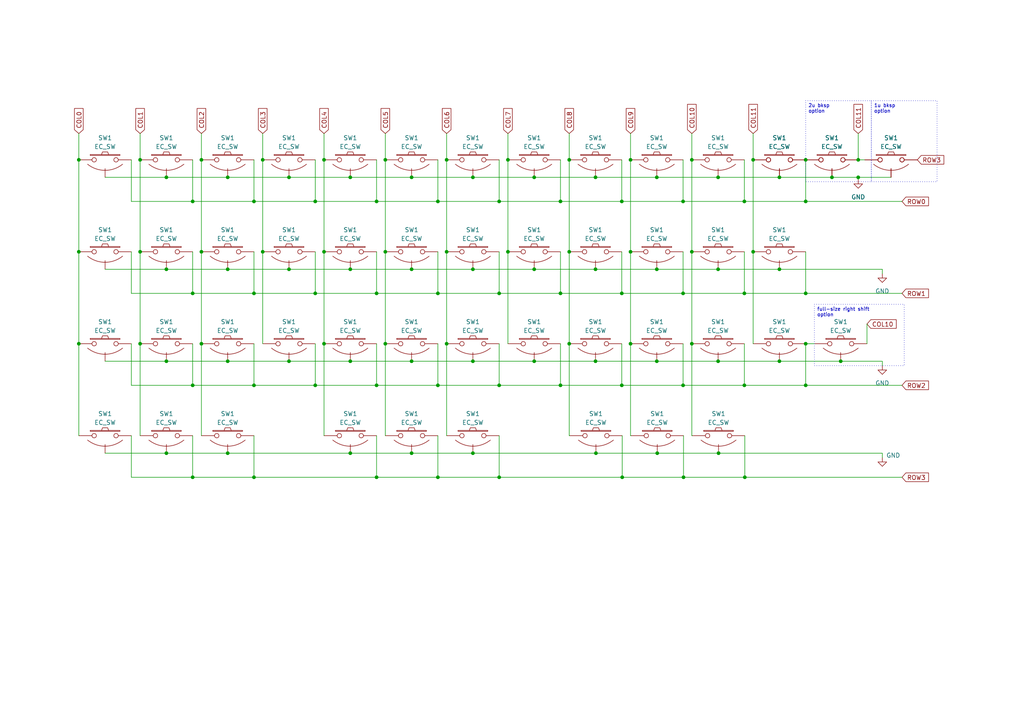
<source format=kicad_sch>
(kicad_sch (version 20230121) (generator eeschema)
  (paper "A4")
  (title_block (title "capybully") (date "2023-07-18") (rev "0.1") (company "sporkus"))
  (lib_symbols
    (symbol "cipulot_parts:EC_SW" (pin_numbers hide) (pin_names (offset 1.016) hide)
      (property "Reference" "SW" (at 3.81 2.794 0))
      (property "Value" "EC_SW" (at -3.81 3.81 0))
      (symbol "EC_SW_0_1"
        (arc (start -5.08 -1.27) (mid 0 -3.052) (end 5.08 -1.27))
        (rectangle (start -4.318 1.27) (end 4.318 1.524))
        (polyline (pts (xy -1.016 1.524) (xy -0.762 2.286) (xy 0.762 2.286) (xy 1.016 1.524)))
        (pin passive inverted (at -7.62 0 0) (length 5.08) (name "1") (number "1"))
        (pin passive inverted (at 7.62 0 180) (length 5.08) (name "2") (number "2"))
      )
      (symbol "EC_SW_1_1"
        (pin input line (at 0 -5.08 90) (length 2.54) (name "SG") (number "3"))
      )
    )
    (symbol "power:GND" (power) (pin_names (offset 0))
      (property "Value" "GND" (at 0 -3.81 0))
      (symbol "GND_0_1"
        (polyline (pts (xy 0 0) (xy 0 -1.27) (xy 1.27 -1.27) (xy 0 -2.54) (xy -1.27 -1.27) (xy 0 -1.27)))
      )
      (symbol "GND_1_1"
        (pin power_in line (at 0 0 270) (length 0) hide (name "GND") (number "1"))
      )
    )
  )
  (junction (at 172.72 104.775))
  (junction (at 40.64 46.355))
  (junction (at 22.86 46.355))
  (junction (at 215.9 111.76))
  (junction (at 137.16 51.435))
  (junction (at 147.32 73.025))
  (junction (at 101.6 51.435))
  (junction (at 198.12 111.76))
  (junction (at 243.84 104.775))
  (junction (at 226.06 51.435))
  (junction (at 248.92 51.435))
  (junction (at 208.28 51.435))
  (junction (at 162.56 58.42))
  (junction (at 22.86 99.695))
  (junction (at 119.38 104.775))
  (junction (at 93.98 73.025))
  (junction (at 226.06 104.775))
  (junction (at 66.04 51.435))
  (junction (at 182.88 99.695))
  (junction (at 58.42 73.025))
  (junction (at 76.2 73.025))
  (junction (at 154.94 51.435))
  (junction (at 66.04 78.105))
  (junction (at 190.5 78.105))
  (junction (at 165.1 99.695))
  (junction (at 58.42 99.695))
  (junction (at 226.06 78.105))
  (junction (at 162.56 111.76))
  (junction (at 48.26 78.105))
  (junction (at 93.98 46.355))
  (junction (at 40.64 99.695))
  (junction (at 127 85.09))
  (junction (at 55.88 85.09))
  (junction (at 208.28 104.775))
  (junction (at 58.42 46.355))
  (junction (at 55.88 58.42))
  (junction (at 215.9 85.09))
  (junction (at 144.78 111.76))
  (junction (at 200.66 46.355))
  (junction (at 144.78 138.43))
  (junction (at 83.82 104.775))
  (junction (at 76.2 46.355))
  (junction (at 55.88 111.76))
  (junction (at 172.72 51.435))
  (junction (at 111.76 46.355))
  (junction (at 233.68 99.695))
  (junction (at 144.78 58.42))
  (junction (at 208.407 131.445))
  (junction (at 180.34 85.09))
  (junction (at 233.68 111.76))
  (junction (at 180.467 138.43))
  (junction (at 200.66 73.025))
  (junction (at 144.78 85.09))
  (junction (at 91.44 58.42))
  (junction (at 93.98 99.695))
  (junction (at 215.9 58.42))
  (junction (at 22.86 73.025))
  (junction (at 109.22 138.43))
  (junction (at 66.04 104.775))
  (junction (at 73.66 58.42))
  (junction (at 66.04 131.445))
  (junction (at 233.68 58.42))
  (junction (at 111.76 99.695))
  (junction (at 48.26 104.775))
  (junction (at 154.94 104.775))
  (junction (at 165.1 73.025))
  (junction (at 101.6 78.105))
  (junction (at 218.44 46.355))
  (junction (at 127 111.76))
  (junction (at 91.44 111.76))
  (junction (at 233.68 85.09))
  (junction (at 180.34 58.42))
  (junction (at 165.1 46.355))
  (junction (at 162.56 85.09))
  (junction (at 180.34 111.76))
  (junction (at 109.22 58.42))
  (junction (at 48.26 131.445))
  (junction (at 248.92 46.355))
  (junction (at 129.54 46.355))
  (junction (at 127 138.43))
  (junction (at 147.32 46.355))
  (junction (at 208.28 78.105))
  (junction (at 190.5 104.775))
  (junction (at 216.027 138.43))
  (junction (at 48.26 51.435))
  (junction (at 198.12 58.42))
  (junction (at 101.6 131.445))
  (junction (at 137.16 104.775))
  (junction (at 129.54 99.695))
  (junction (at 182.88 46.355))
  (junction (at 129.54 73.025))
  (junction (at 101.6 104.775))
  (junction (at 190.627 131.445))
  (junction (at 109.22 85.09))
  (junction (at 182.88 73.025))
  (junction (at 111.76 73.025))
  (junction (at 73.66 138.43))
  (junction (at 198.247 138.43))
  (junction (at 137.16 131.445))
  (junction (at 233.68 46.355))
  (junction (at 55.88 138.43))
  (junction (at 109.22 111.76))
  (junction (at 198.12 85.09))
  (junction (at 119.38 51.435))
  (junction (at 83.82 51.435))
  (junction (at 154.94 78.105))
  (junction (at 172.72 78.105))
  (junction (at 83.82 78.105))
  (junction (at 172.847 131.445))
  (junction (at 40.64 73.025))
  (junction (at 127 58.42))
  (junction (at 200.66 99.695))
  (junction (at 73.66 111.76))
  (junction (at 190.5 51.435))
  (junction (at 119.38 131.445))
  (junction (at 119.38 78.105))
  (junction (at 91.44 85.09))
  (junction (at 241.3 51.435))
  (junction (at 73.66 85.09))
  (junction (at 137.16 78.105))
  (junction (at 218.44 73.025))
  (wire (pts (xy 233.68 85.09) (xy 261.62 85.09)))
  (wire (pts (xy 73.66 46.355) (xy 73.66 58.42)))
  (wire (pts (xy 127 73.025) (xy 127 85.09)))
  (wire (pts (xy 165.1 73.025) (xy 165.1 99.695)))
  (wire (pts (xy 216.027 138.43) (xy 261.62 138.43)))
  (wire (pts (xy 241.3 51.435) (xy 248.92 51.435)))
  (wire (pts (xy 182.88 126.365) (xy 183.007 126.365)))
  (wire (pts (xy 144.78 126.365) (xy 144.78 138.43)))
  (wire (pts (xy 48.26 78.105) (xy 66.04 78.105)))
  (wire (pts (xy 182.88 38.735) (xy 182.88 46.355)))
  (wire (pts (xy 198.247 138.43) (xy 216.027 138.43)))
  (wire (pts (xy 55.88 99.695) (xy 55.88 111.76)))
  (wire (pts (xy 127 58.42) (xy 144.78 58.42)))
  (wire (pts (xy 215.9 73.025) (xy 215.9 85.09)))
  (wire (pts (xy 248.92 46.355) (xy 250.825 46.355)))
  (wire (pts (xy 248.92 51.435) (xy 248.92 52.07)))
  (wire (pts (xy 83.82 104.775) (xy 101.6 104.775)))
  (wire (pts (xy 172.72 104.775) (xy 190.5 104.775)))
  (wire (pts (xy 127 111.76) (xy 144.78 111.76)))
  (wire (pts (xy 165.1 38.735) (xy 165.1 46.355)))
  (wire (pts (xy 91.44 58.42) (xy 109.22 58.42)))
  (wire (pts (xy 233.68 111.76) (xy 261.62 111.76)))
  (wire (pts (xy 73.66 58.42) (xy 91.44 58.42)))
  (wire (pts (xy 215.9 111.76) (xy 233.68 111.76)))
  (wire (pts (xy 22.86 38.735) (xy 22.86 46.355)))
  (wire (pts (xy 73.66 138.43) (xy 109.22 138.43)))
  (wire (pts (xy 172.72 51.435) (xy 190.5 51.435)))
  (wire (pts (xy 73.66 99.695) (xy 73.66 111.76)))
  (wire (pts (xy 198.12 46.355) (xy 198.12 58.42)))
  (wire (pts (xy 111.76 99.695) (xy 111.76 126.365)))
  (wire (pts (xy 111.76 46.355) (xy 111.76 73.025)))
  (wire (pts (xy 190.5 78.105) (xy 208.28 78.105)))
  (wire (pts (xy 119.38 51.435) (xy 137.16 51.435)))
  (wire (pts (xy 248.92 51.435) (xy 258.445 51.435)))
  (wire (pts (xy 119.38 131.445) (xy 137.16 131.445)))
  (wire (pts (xy 190.5 104.775) (xy 208.28 104.775)))
  (wire (pts (xy 218.44 73.025) (xy 218.44 99.695)))
  (wire (pts (xy 137.16 51.435) (xy 154.94 51.435)))
  (wire (pts (xy 55.88 138.43) (xy 73.66 138.43)))
  (wire (pts (xy 73.66 85.09) (xy 91.44 85.09)))
  (wire (pts (xy 198.12 58.42) (xy 215.9 58.42)))
  (wire (pts (xy 251.46 93.98) (xy 251.46 99.695)))
  (wire (pts (xy 127 126.365) (xy 127 138.43)))
  (wire (pts (xy 93.98 73.025) (xy 93.98 99.695)))
  (wire (pts (xy 218.44 46.355) (xy 218.44 73.025)))
  (wire (pts (xy 119.38 104.775) (xy 137.16 104.775)))
  (wire (pts (xy 55.88 126.365) (xy 55.88 138.43)))
  (wire (pts (xy 255.905 104.775) (xy 255.905 106.045)))
  (wire (pts (xy 144.78 111.76) (xy 162.56 111.76)))
  (wire (pts (xy 22.86 99.695) (xy 22.86 126.365)))
  (wire (pts (xy 129.54 46.355) (xy 129.54 73.025)))
  (wire (pts (xy 40.64 38.735) (xy 40.64 46.355)))
  (wire (pts (xy 38.1 58.42) (xy 55.88 58.42)))
  (wire (pts (xy 172.72 78.105) (xy 190.5 78.105)))
  (wire (pts (xy 38.1 111.76) (xy 55.88 111.76)))
  (wire (pts (xy 127 46.355) (xy 127 58.42)))
  (wire (pts (xy 58.42 38.735) (xy 58.42 46.355)))
  (wire (pts (xy 147.32 73.025) (xy 147.32 99.695)))
  (wire (pts (xy 172.847 131.445) (xy 190.627 131.445)))
  (wire (pts (xy 165.1 126.365) (xy 165.227 126.365)))
  (wire (pts (xy 66.04 131.445) (xy 101.6 131.445)))
  (wire (pts (xy 198.12 99.695) (xy 198.12 111.76)))
  (wire (pts (xy 180.467 138.43) (xy 198.247 138.43)))
  (wire (pts (xy 137.16 78.105) (xy 154.94 78.105)))
  (wire (pts (xy 144.78 46.355) (xy 144.78 58.42)))
  (wire (pts (xy 119.38 78.105) (xy 137.16 78.105)))
  (wire (pts (xy 200.66 126.365) (xy 200.787 126.365)))
  (wire (pts (xy 38.1 126.365) (xy 38.1 138.43)))
  (wire (pts (xy 208.28 78.105) (xy 226.06 78.105)))
  (wire (pts (xy 76.2 46.355) (xy 76.2 73.025)))
  (wire (pts (xy 180.34 111.76) (xy 198.12 111.76)))
  (wire (pts (xy 255.905 131.445) (xy 255.905 132.715)))
  (wire (pts (xy 83.82 51.435) (xy 101.6 51.435)))
  (wire (pts (xy 76.2 73.025) (xy 76.2 99.695)))
  (wire (pts (xy 215.9 99.695) (xy 215.9 111.76)))
  (wire (pts (xy 40.64 73.025) (xy 40.64 99.695)))
  (wire (pts (xy 208.407 131.445) (xy 255.905 131.445)))
  (wire (pts (xy 93.98 38.735) (xy 93.98 46.355)))
  (wire (pts (xy 182.88 46.355) (xy 182.88 73.025)))
  (wire (pts (xy 137.16 104.775) (xy 154.94 104.775)))
  (wire (pts (xy 73.66 126.365) (xy 73.66 138.43)))
  (wire (pts (xy 55.88 58.42) (xy 73.66 58.42)))
  (wire (pts (xy 144.78 73.025) (xy 144.78 85.09)))
  (wire (pts (xy 129.54 73.025) (xy 129.54 99.695)))
  (wire (pts (xy 198.247 126.365) (xy 198.247 138.43)))
  (wire (pts (xy 101.6 78.105) (xy 119.38 78.105)))
  (wire (pts (xy 226.06 104.775) (xy 243.84 104.775)))
  (wire (pts (xy 40.64 99.695) (xy 40.64 126.365)))
  (wire (pts (xy 55.88 73.025) (xy 55.88 85.09)))
  (wire (pts (xy 233.68 46.355) (xy 233.68 58.42)))
  (wire (pts (xy 127 99.695) (xy 127 111.76)))
  (wire (pts (xy 182.88 99.695) (xy 182.88 126.365)))
  (wire (pts (xy 162.56 58.42) (xy 180.34 58.42)))
  (wire (pts (xy 76.2 38.735) (xy 76.2 46.355)))
  (wire (pts (xy 48.26 104.775) (xy 66.04 104.775)))
  (wire (pts (xy 66.04 51.435) (xy 83.82 51.435)))
  (wire (pts (xy 91.44 111.76) (xy 109.22 111.76)))
  (wire (pts (xy 30.48 78.105) (xy 48.26 78.105)))
  (wire (pts (xy 180.34 99.695) (xy 180.34 111.76)))
  (wire (pts (xy 91.44 73.025) (xy 91.44 85.09)))
  (wire (pts (xy 38.1 73.025) (xy 38.1 85.09)))
  (wire (pts (xy 233.68 58.42) (xy 261.62 58.42)))
  (wire (pts (xy 129.54 99.695) (xy 129.54 126.365)))
  (wire (pts (xy 233.68 99.695) (xy 236.22 99.695)))
  (wire (pts (xy 55.88 85.09) (xy 73.66 85.09)))
  (wire (pts (xy 66.04 104.775) (xy 83.82 104.775)))
  (wire (pts (xy 144.78 99.695) (xy 144.78 111.76)))
  (wire (pts (xy 73.66 73.025) (xy 73.66 85.09)))
  (wire (pts (xy 147.32 38.735) (xy 147.32 46.355)))
  (wire (pts (xy 109.22 111.76) (xy 127 111.76)))
  (wire (pts (xy 40.64 46.355) (xy 40.64 73.025)))
  (wire (pts (xy 38.1 46.355) (xy 38.1 58.42)))
  (wire (pts (xy 58.42 73.025) (xy 58.42 99.695)))
  (wire (pts (xy 162.56 85.09) (xy 180.34 85.09)))
  (wire (pts (xy 109.22 138.43) (xy 127 138.43)))
  (wire (pts (xy 101.6 51.435) (xy 119.38 51.435)))
  (wire (pts (xy 38.1 85.09) (xy 55.88 85.09)))
  (wire (pts (xy 215.9 85.09) (xy 233.68 85.09)))
  (wire (pts (xy 190.5 51.435) (xy 208.28 51.435)))
  (wire (pts (xy 38.1 138.43) (xy 55.88 138.43)))
  (wire (pts (xy 30.48 51.435) (xy 48.26 51.435)))
  (wire (pts (xy 215.9 58.42) (xy 233.68 58.42)))
  (wire (pts (xy 109.22 126.365) (xy 109.22 138.43)))
  (wire (pts (xy 58.42 99.695) (xy 58.42 126.365)))
  (wire (pts (xy 216.027 126.365) (xy 216.027 138.43)))
  (wire (pts (xy 226.06 51.435) (xy 241.3 51.435)))
  (wire (pts (xy 180.467 126.365) (xy 180.467 138.43)))
  (wire (pts (xy 30.48 104.775) (xy 48.26 104.775)))
  (wire (pts (xy 91.44 99.695) (xy 91.44 111.76)))
  (wire (pts (xy 180.34 73.025) (xy 180.34 85.09)))
  (wire (pts (xy 93.98 46.355) (xy 93.98 73.025)))
  (wire (pts (xy 93.98 99.695) (xy 93.98 126.365)))
  (wire (pts (xy 226.06 78.105) (xy 255.905 78.105)))
  (wire (pts (xy 190.627 131.445) (xy 208.407 131.445)))
  (wire (pts (xy 162.56 73.025) (xy 162.56 85.09)))
  (wire (pts (xy 144.78 138.43) (xy 180.467 138.43)))
  (wire (pts (xy 109.22 58.42) (xy 127 58.42)))
  (wire (pts (xy 198.12 111.76) (xy 215.9 111.76)))
  (wire (pts (xy 129.54 38.735) (xy 129.54 46.355)))
  (wire (pts (xy 109.22 46.355) (xy 109.22 58.42)))
  (wire (pts (xy 109.22 73.025) (xy 109.22 85.09)))
  (wire (pts (xy 233.68 73.025) (xy 233.68 85.09)))
  (wire (pts (xy 83.82 78.105) (xy 101.6 78.105)))
  (wire (pts (xy 58.42 46.355) (xy 58.42 73.025)))
  (wire (pts (xy 180.34 58.42) (xy 198.12 58.42)))
  (wire (pts (xy 182.88 73.025) (xy 182.88 99.695)))
  (wire (pts (xy 215.9 46.355) (xy 215.9 58.42)))
  (wire (pts (xy 200.66 73.025) (xy 200.66 99.695)))
  (wire (pts (xy 198.12 73.025) (xy 198.12 85.09)))
  (wire (pts (xy 137.16 131.445) (xy 172.847 131.445)))
  (wire (pts (xy 198.12 85.09) (xy 215.9 85.09)))
  (wire (pts (xy 30.48 131.445) (xy 48.26 131.445)))
  (wire (pts (xy 91.44 46.355) (xy 91.44 58.42)))
  (wire (pts (xy 66.04 78.105) (xy 83.82 78.105)))
  (wire (pts (xy 109.22 99.695) (xy 109.22 111.76)))
  (wire (pts (xy 111.76 38.735) (xy 111.76 46.355)))
  (wire (pts (xy 233.68 99.695) (xy 233.68 111.76)))
  (wire (pts (xy 180.34 85.09) (xy 198.12 85.09)))
  (wire (pts (xy 127 85.09) (xy 144.78 85.09)))
  (wire (pts (xy 200.66 46.355) (xy 200.66 73.025)))
  (wire (pts (xy 154.94 104.775) (xy 172.72 104.775)))
  (wire (pts (xy 218.44 38.735) (xy 218.44 46.355)))
  (wire (pts (xy 248.92 38.735) (xy 248.92 46.355)))
  (wire (pts (xy 180.34 46.355) (xy 180.34 58.42)))
  (wire (pts (xy 22.86 73.025) (xy 22.86 99.695)))
  (wire (pts (xy 165.1 99.695) (xy 165.1 126.365)))
  (wire (pts (xy 22.86 46.355) (xy 22.86 73.025)))
  (wire (pts (xy 208.28 51.435) (xy 226.06 51.435)))
  (wire (pts (xy 200.66 126.365) (xy 200.66 99.695)))
  (wire (pts (xy 38.1 99.695) (xy 38.1 111.76)))
  (wire (pts (xy 55.88 111.76) (xy 73.66 111.76)))
  (wire (pts (xy 55.88 46.355) (xy 55.88 58.42)))
  (wire (pts (xy 73.66 111.76) (xy 91.44 111.76)))
  (wire (pts (xy 162.56 46.355) (xy 162.56 58.42)))
  (wire (pts (xy 255.905 78.105) (xy 255.905 79.375)))
  (wire (pts (xy 48.26 131.445) (xy 66.04 131.445)))
  (wire (pts (xy 101.6 104.775) (xy 119.38 104.775)))
  (wire (pts (xy 111.76 73.025) (xy 111.76 99.695)))
  (wire (pts (xy 144.78 58.42) (xy 162.56 58.42)))
  (wire (pts (xy 162.56 111.76) (xy 180.34 111.76)))
  (wire (pts (xy 165.1 46.355) (xy 165.1 73.025)))
  (wire (pts (xy 144.78 85.09) (xy 162.56 85.09)))
  (wire (pts (xy 101.6 131.445) (xy 119.38 131.445)))
  (wire (pts (xy 200.66 38.735) (xy 200.66 46.355)))
  (wire (pts (xy 154.94 51.435) (xy 172.72 51.435)))
  (wire (pts (xy 154.94 78.105) (xy 172.72 78.105)))
  (wire (pts (xy 147.32 46.355) (xy 147.32 73.025)))
  (wire (pts (xy 91.44 85.09) (xy 109.22 85.09)))
  (wire (pts (xy 162.56 99.695) (xy 162.56 111.76)))
  (wire (pts (xy 48.26 51.435) (xy 66.04 51.435)))
  (wire (pts (xy 243.84 104.775) (xy 255.905 104.775)))
  (wire (pts (xy 208.28 104.775) (xy 226.06 104.775)))
  (wire (pts (xy 127 138.43) (xy 144.78 138.43)))
  (wire (pts (xy 109.22 85.09) (xy 127 85.09)))
  (text_box "full-size right shift\noption" (at 236.22 88.265 0) (size 26.035 17.78) (stroke (width 0) (type dot)) (effects (font (size 1 1)) (justify left top)))
  (text_box "1u bksp\noption" (at 252.73 29.21 0) (size 19.05 23.495) (stroke (width 0) (type dot)) (effects (font (size 1 1)) (justify left top)))
  (text_box "2u bksp\noption" (at 233.68 29.21 0) (size 19.05 23.495) (stroke (width 0) (type dot)) (effects (font (size 1 1)) (justify left top)))
  (global_label "COL1" (shape input) (at 40.64 38.735 90) (property "Intersheetrefs" "${INTERSHEET_REFS}" (effects hide)))
  (global_label "COL10" (shape input) (at 251.46 93.98 0) (property "Intersheetrefs" "${INTERSHEET_REFS}" (effects hide)))
  (global_label "COL10" (shape input) (at 200.66 38.735 90) (property "Intersheetrefs" "${INTERSHEET_REFS}" (effects hide)))
  (global_label "ROW1" (shape input) (at 261.62 85.09 0) (property "Intersheetrefs" "${INTERSHEET_REFS}" (effects hide)))
  (global_label "COL6" (shape input) (at 129.54 38.735 90) (property "Intersheetrefs" "${INTERSHEET_REFS}" (effects hide)))
  (global_label "ROW3" (shape input) (at 261.62 138.43 0) (property "Intersheetrefs" "${INTERSHEET_REFS}" (effects hide)))
  (global_label "ROW2" (shape input) (at 261.62 111.76 0) (property "Intersheetrefs" "${INTERSHEET_REFS}" (effects hide)))
  (global_label "COL5" (shape input) (at 111.76 38.735 90) (property "Intersheetrefs" "${INTERSHEET_REFS}" (effects hide)))
  (global_label "COL11" (shape input) (at 248.92 38.735 90) (property "Intersheetrefs" "${INTERSHEET_REFS}" (effects hide)))
  (global_label "COL8" (shape input) (at 165.1 38.735 90) (property "Intersheetrefs" "${INTERSHEET_REFS}" (effects hide)))
  (global_label "COL9" (shape input) (at 182.88 38.735 90) (property "Intersheetrefs" "${INTERSHEET_REFS}" (effects hide)))
  (global_label "COL7" (shape input) (at 147.32 38.735 90) (property "Intersheetrefs" "${INTERSHEET_REFS}" (effects hide)))
  (global_label "COL4" (shape input) (at 93.98 38.735 90) (property "Intersheetrefs" "${INTERSHEET_REFS}" (effects hide)))
  (global_label "COL0" (shape input) (at 22.86 38.735 90) (property "Intersheetrefs" "${INTERSHEET_REFS}" (effects hide)))
  (global_label "ROW0" (shape input) (at 261.62 58.42 0) (property "Intersheetrefs" "${INTERSHEET_REFS}" (effects hide)))
  (global_label "ROW3" (shape input) (at 266.065 46.355 0) (property "Intersheetrefs" "${INTERSHEET_REFS}" (effects hide)))
  (global_label "COL11" (shape input) (at 218.44 38.735 90) (property "Intersheetrefs" "${INTERSHEET_REFS}" (effects hide)))
  (global_label "COL2" (shape input) (at 58.42 38.735 90) (property "Intersheetrefs" "${INTERSHEET_REFS}" (effects hide)))
  (global_label "COL3" (shape input) (at 76.2 38.735 90) (property "Intersheetrefs" "${INTERSHEET_REFS}" (effects hide)))
  (symbol (lib_id "cipulot_parts:EC_SW") (at 48.26 46.355 0) (mirror y) (unit 1) (in_bom no)
    (property "Reference" "SW1" (at 48.26 40.005 0))
    (property "Value" "EC_SW" (at 48.26 42.545 0))
    (property "Footprint" "capacitive_sensors:capy_pad_1U" (effects hide))
    (instances (project "tako" (path "" (reference "SW1") (unit 1))) (project "tako" (path "" (reference "SW1") (unit 1))) (project "capybully" (path "" (reference "SW2") (unit 1))) (project "le_capybara" (path "" (reference "SW1") (unit 1))))
  )
  (symbol (lib_id "cipulot_parts:EC_SW") (at 119.38 99.695 0) (mirror y) (unit 1) (in_bom no)
    (property "Reference" "SW1" (at 119.38 93.345 0))
    (property "Value" "EC_SW" (at 119.38 95.885 0))
    (property "Footprint" "capacitive_sensors:capy_pad_1U" (effects hide))
    (instances (project "tako" (path "" (reference "SW1") (unit 1))) (project "tako" (path "" (reference "SW1") (unit 1))) (project "capybully" (path "" (reference "SW32") (unit 1))) (project "le_capybara" (path "" (reference "SW1") (unit 1))))
  )
  (symbol (lib_id "cipulot_parts:EC_SW") (at 30.48 46.355 0) (mirror y) (unit 1) (in_bom no)
    (property "Reference" "SW1" (at 30.48 40.005 0))
    (property "Value" "EC_SW" (at 30.48 42.545 0))
    (property "Footprint" "capacitive_sensors:capy_pad_1U" (effects hide))
  )
  (symbol (lib_id "cipulot_parts:EC_SW") (at 172.72 99.695 0) (unit 1) (in_bom no)
    (property "Reference" "SW1" (at 172.72 93.345 0))
    (property "Value" "EC_SW" (at 172.72 95.885 0))
    (property "Footprint" "capacitive_sensors:capy_pad_1U" (effects hide))
    (instances (project "tako" (path "" (reference "SW1") (unit 1))) (project "tako" (path "" (reference "SW1") (unit 1))) (project "capybully" (path "" (reference "SW35") (unit 1))) (project "le_capybara" (path "" (reference "SW1") (unit 1))))
  )
  (symbol (lib_id "cipulot_parts:EC_SW") (at 154.94 99.695 0) (mirror y) (unit 1) (in_bom no)
    (property "Reference" "SW1" (at 154.94 93.345 0))
    (property "Value" "EC_SW" (at 154.94 95.885 0))
    (property "Footprint" "capacitive_sensors:capy_pad_1U" (effects hide))
    (instances (project "tako" (path "" (reference "SW1") (unit 1))) (project "tako" (path "" (reference "SW1") (unit 1))) (project "capybully" (path "" (reference "SW34") (unit 1))) (project "le_capybara" (path "" (reference "SW1") (unit 1))))
  )
  (symbol (lib_id "cipulot_parts:EC_SW") (at 154.94 73.025 0) (mirror y) (unit 1) (in_bom no)
    (property "Reference" "SW1" (at 154.94 66.675 0))
    (property "Value" "EC_SW" (at 154.94 69.215 0))
    (property "Footprint" "capacitive_sensors:capy_pad_1U" (effects hide))
    (instances (project "tako" (path "" (reference "SW1") (unit 1))) (project "tako" (path "" (reference "SW1") (unit 1))) (project "capybully" (path "" (reference "SW22") (unit 1))) (project "le_capybara" (path "" (reference "SW1") (unit 1))))
  )
  (symbol (lib_id "cipulot_parts:EC_SW") (at 137.16 126.365 0) (mirror y) (unit 1) (in_bom no)
    (property "Reference" "SW1" (at 137.16 120.015 0))
    (property "Value" "EC_SW" (at 137.16 122.555 0))
    (property "Footprint" "capacitive_sensors:ecs_pad_combo_0.375u_offset" (effects hide))
    (instances (project "tako" (path "" (reference "SW1") (unit 1))) (project "tako" (path "" (reference "SW1") (unit 1))) (project "capybully" (path "" (reference "SW44") (unit 1))) (project "le_capybara" (path "" (reference "SW1") (unit 1))))
  )
  (symbol (lib_id "cipulot_parts:EC_SW") (at 66.04 126.365 0) (mirror y) (unit 1) (in_bom no)
    (property "Reference" "SW1" (at 66.04 120.015 0))
    (property "Value" "EC_SW" (at 66.04 122.555 0))
    (property "Footprint" "capacitive_sensors:ecs_pad_combo_0.375u_offset" (effects hide))
    (instances (project "tako" (path "" (reference "SW1") (unit 1))) (project "tako" (path "" (reference "SW1") (unit 1))) (project "capybully" (path "" (reference "SW41") (unit 1))) (project "le_capybara" (path "" (reference "SW1") (unit 1))))
  )
  (symbol (lib_id "cipulot_parts:EC_SW") (at 172.72 46.355 0) (mirror y) (unit 1) (in_bom no)
    (property "Reference" "SW1" (at 172.72 40.005 0))
    (property "Value" "EC_SW" (at 172.72 42.545 0))
    (property "Footprint" "capacitive_sensors:capy_pad_1U" (effects hide))
    (instances (project "tako" (path "" (reference "SW1") (unit 1))) (project "tako" (path "" (reference "SW1") (unit 1))) (project "capybully" (path "" (reference "SW9") (unit 1))) (project "le_capybara" (path "" (reference "SW1") (unit 1))))
  )
  (symbol (lib_id "cipulot_parts:EC_SW") (at 208.28 46.355 0) (mirror y) (unit 1) (in_bom no)
    (property "Reference" "SW1" (at 208.28 40.005 0))
    (property "Value" "EC_SW" (at 208.28 42.545 0))
    (property "Footprint" "capacitive_sensors:capy_pad_1U" (effects hide))
    (instances (project "tako" (path "" (reference "SW1") (unit 1))) (project "tako" (path "" (reference "SW1") (unit 1))) (project "capybully" (path "" (reference "SW11") (unit 1))) (project "le_capybara" (path "" (reference "SW1") (unit 1))))
  )
  (symbol (lib_id "cipulot_parts:EC_SW") (at 30.48 126.365 0) (unit 1) (in_bom no)
    (property "Reference" "SW1" (at 30.48 120.015 0))
    (property "Value" "EC_SW" (at 30.48 122.555 0))
    (property "Footprint" "capacitive_sensors:ecs_pad_combo_0.125u_offset" (effects hide))
    (instances (project "tako" (path "" (reference "SW1") (unit 1))) (project "tako" (path "" (reference "SW1") (unit 1))) (project "capybully" (path "" (reference "SW39") (unit 1))) (project "le_capybara" (path "" (reference "SW1") (unit 1))))
  )
  (symbol (lib_id "cipulot_parts:EC_SW") (at 30.48 99.695 0) (unit 1) (in_bom no)
    (property "Reference" "SW1" (at 30.48 93.345 0))
    (property "Value" "EC_SW" (at 30.48 95.885 0))
    (property "Footprint" "capacitive_sensors:capy_pad_1U" (effects hide))
    (instances (project "tako" (path "" (reference "SW1") (unit 1))) (project "tako" (path "" (reference "SW1") (unit 1))) (project "capybully" (path "" (reference "SW27") (unit 1))) (project "le_capybara" (path "" (reference "SW1") (unit 1))))
  )
  (symbol (lib_id "cipulot_parts:EC_SW") (at 172.72 73.025 0) (unit 1) (in_bom no)
    (property "Reference" "SW1" (at 172.72 66.675 0))
    (property "Value" "EC_SW" (at 172.72 69.215 0))
    (property "Footprint" "capacitive_sensors:capy_pad_1U" (effects hide))
    (instances (project "tako" (path "" (reference "SW1") (unit 1))) (project "tako" (path "" (reference "SW1") (unit 1))) (project "capybully" (path "" (reference "SW23") (unit 1))) (project "le_capybara" (path "" (reference "SW1") (unit 1))))
  )
  (symbol (lib_id "power:GND") (at 255.905 132.715 0) (unit 1)
    (property "Reference" "#PWR025" (effects hide))
    (property "Value" "GND" (at 259.08 132.08 0))
  )
  (symbol (lib_id "cipulot_parts:EC_SW") (at 190.5 46.355 0) (mirror y) (unit 1) (in_bom no)
    (property "Reference" "SW1" (at 190.5 40.005 0))
    (property "Value" "EC_SW" (at 190.5 42.545 0))
    (property "Footprint" "capacitive_sensors:capy_pad_1U" (effects hide))
    (instances (project "tako" (path "" (reference "SW1") (unit 1))) (project "tako" (path "" (reference "SW1") (unit 1))) (project "capybully" (path "" (reference "SW10") (unit 1))) (project "le_capybara" (path "" (reference "SW1") (unit 1))))
  )
  (symbol (lib_id "cipulot_parts:EC_SW") (at 226.06 99.695 0) (mirror y) (unit 1) (in_bom no)
    (property "Reference" "SW1" (at 226.06 93.345 0))
    (property "Value" "EC_SW" (at 226.06 95.885 0))
    (property "Footprint" "capacitive_sensors:capy_pad_1U" (effects hide))
    (instances (project "tako" (path "" (reference "SW1") (unit 1))) (project "tako" (path "" (reference "SW1") (unit 1))) (project "capybully" (path "" (reference "SW38") (unit 1))) (project "le_capybara" (path "" (reference "SW1") (unit 1))))
  )
  (symbol (lib_id "cipulot_parts:EC_SW") (at 101.6 46.355 0) (mirror y) (unit 1) (in_bom no)
    (property "Reference" "SW1" (at 101.6 40.005 0))
    (property "Value" "EC_SW" (at 101.6 42.545 0))
    (property "Footprint" "capacitive_sensors:capy_pad_1U" (effects hide))
    (instances (project "tako" (path "" (reference "SW1") (unit 1))) (project "tako" (path "" (reference "SW1") (unit 1))) (project "capybully" (path "" (reference "SW5") (unit 1))) (project "le_capybara" (path "" (reference "SW1") (unit 1))))
  )
  (symbol (lib_id "cipulot_parts:EC_SW") (at 48.26 73.025 0) (mirror y) (unit 1) (in_bom no)
    (property "Reference" "SW1" (at 48.26 66.675 0))
    (property "Value" "EC_SW" (at 48.26 69.215 0))
    (property "Footprint" "capacitive_sensors:capy_pad_1U" (effects hide))
    (instances (project "tako" (path "" (reference "SW1") (unit 1))) (project "tako" (path "" (reference "SW1") (unit 1))) (project "capybully" (path "" (reference "SW16") (unit 1))) (project "le_capybara" (path "" (reference "SW1") (unit 1))))
  )
  (symbol (lib_id "cipulot_parts:EC_SW") (at 208.28 73.025 0) (mirror y) (unit 1) (in_bom no)
    (property "Reference" "SW1" (at 208.28 66.675 0))
    (property "Value" "EC_SW" (at 208.28 69.215 0))
    (property "Footprint" "capacitive_sensors:capy_pad_1U" (effects hide))
    (instances (project "tako" (path "" (reference "SW1") (unit 1))) (project "tako" (path "" (reference "SW1") (unit 1))) (project "capybully" (path "" (reference "SW25") (unit 1))) (project "le_capybara" (path "" (reference "SW1") (unit 1))))
  )
  (symbol (lib_id "cipulot_parts:EC_SW") (at 190.5 73.025 0) (mirror y) (unit 1) (in_bom no)
    (property "Reference" "SW1" (at 190.5 66.675 0))
    (property "Value" "EC_SW" (at 190.5 69.215 0))
    (property "Footprint" "capacitive_sensors:capy_pad_1U" (effects hide))
    (instances (project "tako" (path "" (reference "SW1") (unit 1))) (project "tako" (path "" (reference "SW1") (unit 1))) (project "capybully" (path "" (reference "SW24") (unit 1))) (project "le_capybara" (path "" (reference "SW1") (unit 1))))
  )
  (symbol (lib_id "power:GND") (at 255.905 106.045 0) (unit 1)
    (property "Reference" "#PWR024" (effects hide))
    (property "Value" "GND" (at 255.905 111.125 0))
  )
  (symbol (lib_id "cipulot_parts:EC_SW") (at 190.5 99.695 0) (mirror y) (unit 1) (in_bom no)
    (property "Reference" "SW1" (at 190.5 93.345 0))
    (property "Value" "EC_SW" (at 190.5 95.885 0))
    (property "Footprint" "capacitive_sensors:capy_pad_1U" (effects hide))
    (instances (project "tako" (path "" (reference "SW1") (unit 1))) (project "tako" (path "" (reference "SW1") (unit 1))) (project "capybully" (path "" (reference "SW36") (unit 1))) (project "le_capybara" (path "" (reference "SW1") (unit 1))))
  )
  (symbol (lib_id "cipulot_parts:EC_SW") (at 66.04 99.695 0) (mirror y) (unit 1) (in_bom no)
    (property "Reference" "SW1" (at 66.04 93.345 0))
    (property "Value" "EC_SW" (at 66.04 95.885 0))
    (property "Footprint" "capacitive_sensors:capy_pad_1U" (effects hide))
    (instances (project "tako" (path "" (reference "SW1") (unit 1))) (project "tako" (path "" (reference "SW1") (unit 1))) (project "capybully" (path "" (reference "SW29") (unit 1))) (project "le_capybara" (path "" (reference "SW1") (unit 1))))
  )
  (symbol (lib_id "cipulot_parts:EC_SW") (at 66.04 46.355 0) (mirror y) (unit 1) (in_bom no)
    (property "Reference" "SW1" (at 66.04 40.005 0))
    (property "Value" "EC_SW" (at 66.04 42.545 0))
    (property "Footprint" "capacitive_sensors:capy_pad_1U" (effects hide))
    (instances (project "tako" (path "" (reference "SW1") (unit 1))) (project "tako" (path "" (reference "SW1") (unit 1))) (project "capybully" (path "" (reference "SW3") (unit 1))) (project "le_capybara" (path "" (reference "SW1") (unit 1))))
  )
  (symbol (lib_id "cipulot_parts:EC_SW") (at 172.847 126.365 0) (mirror y) (unit 1) (in_bom no)
    (property "Reference" "SW1" (at 172.847 120.015 0))
    (property "Value" "EC_SW" (at 172.847 122.555 0))
    (property "Footprint" "capacitive_sensors:ecs_pad_combo_0.375u_offset" (effects hide))
    (instances (project "tako" (path "" (reference "SW1") (unit 1))) (project "tako" (path "" (reference "SW1") (unit 1))) (project "capybully" (path "" (reference "SW45") (unit 1))) (project "le_capybara" (path "" (reference "SW1") (unit 1))))
  )
  (symbol (lib_id "cipulot_parts:EC_SW") (at 101.6 99.695 0) (mirror y) (unit 1) (in_bom no)
    (property "Reference" "SW1" (at 101.6 93.345 0))
    (property "Value" "EC_SW" (at 101.6 95.885 0))
    (property "Footprint" "capacitive_sensors:capy_pad_1U" (effects hide))
    (instances (project "tako" (path "" (reference "SW1") (unit 1))) (project "tako" (path "" (reference "SW1") (unit 1))) (project "capybully" (path "" (reference "SW31") (unit 1))) (project "le_capybara" (path "" (reference "SW1") (unit 1))))
  )
  (symbol (lib_id "cipulot_parts:EC_SW") (at 190.627 126.365 0) (unit 1) (in_bom no)
    (property "Reference" "SW1" (at 190.627 120.015 0))
    (property "Value" "EC_SW" (at 190.627 122.555 0))
    (property "Footprint" "capacitive_sensors:ecs_pad_combo_0.25u_offset" (effects hide))
    (instances (project "tako" (path "" (reference "SW1") (unit 1))) (project "tako" (path "" (reference "SW1") (unit 1))) (project "capybully" (path "" (reference "SW46") (unit 1))) (project "le_capybara" (path "" (reference "SW1") (unit 1))))
  )
  (symbol (lib_id "cipulot_parts:EC_SW") (at 137.16 46.355 0) (mirror y) (unit 1) (in_bom no)
    (property "Reference" "SW1" (at 137.16 40.005 0))
    (property "Value" "EC_SW" (at 137.16 42.545 0))
    (property "Footprint" "capacitive_sensors:capy_pad_1U" (effects hide))
    (instances (project "tako" (path "" (reference "SW1") (unit 1))) (project "tako" (path "" (reference "SW1") (unit 1))) (project "capybully" (path "" (reference "SW7") (unit 1))) (project "le_capybara" (path "" (reference "SW1") (unit 1))))
  )
  (symbol (lib_id "cipulot_parts:EC_SW") (at 119.38 73.025 0) (mirror y) (unit 1) (in_bom no)
    (property "Reference" "SW1" (at 119.38 66.675 0))
    (property "Value" "EC_SW" (at 119.38 69.215 0))
    (property "Footprint" "capacitive_sensors:capy_pad_1U" (effects hide))
    (instances (project "tako" (path "" (reference "SW1") (unit 1))) (project "tako" (path "" (reference "SW1") (unit 1))) (project "capybully" (path "" (reference "SW20") (unit 1))) (project "le_capybara" (path "" (reference "SW1") (unit 1))))
  )
  (symbol (lib_id "cipulot_parts:EC_SW") (at 243.84 99.695 0) (mirror y) (unit 1) (in_bom no)
    (property "Reference" "SW1" (at 243.84 93.345 0))
    (property "Value" "EC_SW" (at 243.84 95.885 0))
    (property "Footprint" "capacitive_sensors:capy_pad_1U" (effects hide))
    (instances (project "tako" (path "" (reference "SW1") (unit 1))) (project "tako" (path "" (reference "SW1") (unit 1))) (project "capybully" (path "" (reference "SW48") (unit 1))) (project "le_capybara" (path "" (reference "SW1") (unit 1))))
  )
  (symbol (lib_id "cipulot_parts:EC_SW") (at 208.28 99.695 0) (mirror y) (unit 1) (in_bom no)
    (property "Reference" "SW1" (at 208.28 93.345 0))
    (property "Value" "EC_SW" (at 208.28 95.885 0))
    (property "Footprint" "capacitive_sensors:capy_pad_1U" (effects hide))
    (instances (project "tako" (path "" (reference "SW1") (unit 1))) (project "tako" (path "" (reference "SW1") (unit 1))) (project "capybully" (path "" (reference "SW37") (unit 1))) (project "le_capybara" (path "" (reference "SW1") (unit 1))))
  )
  (symbol (lib_id "power:GND") (at 248.92 52.07 0) (unit 1)
    (property "Reference" "#PWR021" (effects hide))
    (property "Value" "GND" (at 248.92 57.15 0))
  )
  (symbol (lib_id "cipulot_parts:EC_SW") (at 119.38 126.365 0) (unit 1) (in_bom no)
    (property "Reference" "SW1" (at 119.38 120.015 0))
    (property "Value" "EC_SW" (at 119.38 122.555 0))
    (property "Footprint" "capacitive_sensors:capy_pad_1U" (effects hide))
    (instances (project "tako" (path "" (reference "SW1") (unit 1))) (project "tako" (path "" (reference "SW1") (unit 1))) (project "capybully" (path "" (reference "SW43") (unit 1))) (project "le_capybara" (path "" (reference "SW1") (unit 1))))
  )
  (symbol (lib_id "cipulot_parts:EC_SW") (at 241.3 46.355 0) (mirror y) (unit 1) (in_bom no)
    (property "Reference" "SW1" (at 241.3 40.005 0))
    (property "Value" "EC_SW" (at 241.3 42.545 0))
    (property "Footprint" "capacitive_sensors:capy_pad_1U" (effects hide))
    (instances (project "tako" (path "" (reference "SW1") (unit 1))) (project "tako" (path "" (reference "SW1") (unit 1))) (project "capybully" (path "" (reference "SW13") (unit 1))) (project "le_capybara" (path "" (reference "SW1") (unit 1))))
  )
  (symbol (lib_id "cipulot_parts:EC_SW") (at 30.48 73.025 0) (unit 1) (in_bom no)
    (property "Reference" "SW1" (at 30.48 66.675 0))
    (property "Value" "EC_SW" (at 30.48 69.215 0))
    (property "Footprint" "capacitive_sensors:ecs_pad_1.75u_1.25u_combo" (effects hide))
    (instances (project "tako" (path "" (reference "SW1") (unit 1))) (project "tako" (path "" (reference "SW1") (unit 1))) (project "capybully" (path "" (reference "SW15") (unit 1))) (project "le_capybara" (path "" (reference "SW1") (unit 1))))
  )
  (symbol (lib_id "cipulot_parts:EC_SW") (at 48.26 99.695 0) (mirror y) (unit 1) (in_bom no)
    (property "Reference" "SW1" (at 48.26 93.345 0))
    (property "Value" "EC_SW" (at 48.26 95.885 0))
    (property "Footprint" "capacitive_sensors:capy_pad_1U" (effects hide))
    (instances (project "tako" (path "" (reference "SW1") (unit 1))) (project "tako" (path "" (reference "SW1") (unit 1))) (project "capybully" (path "" (reference "SW28") (unit 1))) (project "le_capybara" (path "" (reference "SW1") (unit 1))))
  )
  (symbol (lib_id "cipulot_parts:EC_SW") (at 48.26 126.365 0) (mirror y) (unit 1) (in_bom no)
    (property "Reference" "SW1" (at 48.26 120.015 0))
    (property "Value" "EC_SW" (at 48.26 122.555 0))
    (property "Footprint" "capacitive_sensors:ecs_pad_combo_0.25u_offset" (effects hide))
    (instances (project "tako" (path "" (reference "SW1") (unit 1))) (project "tako" (path "" (reference "SW1") (unit 1))) (project "capybully" (path "" (reference "SW40") (unit 1))) (project "le_capybara" (path "" (reference "SW1") (unit 1))))
  )
  (symbol (lib_id "cipulot_parts:EC_SW") (at 226.06 73.025 0) (mirror y) (unit 1) (in_bom no)
    (property "Reference" "SW1" (at 226.06 66.675 0))
    (property "Value" "EC_SW" (at 226.06 69.215 0))
    (property "Footprint" "capacitive_sensors:capy_pad_1U" (effects hide))
    (instances (project "tako" (path "" (reference "SW1") (unit 1))) (project "tako" (path "" (reference "SW1") (unit 1))) (project "capybully" (path "" (reference "SW26") (unit 1))) (project "le_capybara" (path "" (reference "SW1") (unit 1))))
  )
  (symbol (lib_id "cipulot_parts:EC_SW") (at 83.82 73.025 0) (mirror y) (unit 1) (in_bom no)
    (property "Reference" "SW1" (at 83.82 66.675 0))
    (property "Value" "EC_SW" (at 83.82 69.215 0))
    (property "Footprint" "capacitive_sensors:capy_pad_1U" (effects hide))
    (instances (project "tako" (path "" (reference "SW1") (unit 1))) (project "tako" (path "" (reference "SW1") (unit 1))) (project "capybully" (path "" (reference "SW18") (unit 1))) (project "le_capybara" (path "" (reference "SW1") (unit 1))))
  )
  (symbol (lib_id "cipulot_parts:EC_SW") (at 258.445 46.355 0) (mirror y) (unit 1) (in_bom no)
    (property "Reference" "SW1" (at 258.445 40.005 0))
    (property "Value" "EC_SW" (at 258.445 42.545 0))
    (property "Footprint" "capacitive_sensors:capy_pad_1U" (effects hide))
    (instances (project "tako" (path "" (reference "SW1") (unit 1))) (project "tako" (path "" (reference "SW1") (unit 1))) (project "capybully" (path "" (reference "SW14") (unit 1))) (project "le_capybara" (path "" (reference "SW1") (unit 1))))
  )
  (symbol (lib_id "cipulot_parts:EC_SW") (at 101.6 126.365 0) (mirror y) (unit 1) (in_bom no)
    (property "Reference" "SW1" (at 101.6 120.015 0))
    (property "Value" "EC_SW" (at 101.6 122.555 0))
    (property "Footprint" "capacitive_sensors:ecs_pad_combo_0.125u_offset" (effects hide))
    (instances (project "tako" (path "" (reference "SW1") (unit 1))) (project "tako" (path "" (reference "SW1") (unit 1))) (project "capybully" (path "" (reference "SW42") (unit 1))) (project "le_capybara" (path "" (reference "SW1") (unit 1))))
  )
  (symbol (lib_id "cipulot_parts:EC_SW") (at 154.94 46.355 0) (mirror y) (unit 1) (in_bom no)
    (property "Reference" "SW1" (at 154.94 40.005 0))
    (property "Value" "EC_SW" (at 154.94 42.545 0))
    (property "Footprint" "capacitive_sensors:capy_pad_1U" (effects hide))
    (instances (project "tako" (path "" (reference "SW1") (unit 1))) (project "tako" (path "" (reference "SW1") (unit 1))) (project "capybully" (path "" (reference "SW8") (unit 1))) (project "le_capybara" (path "" (reference "SW1") (unit 1))))
  )
  (symbol (lib_id "power:GND") (at 255.905 79.375 0) (unit 1)
    (property "Reference" "#PWR022" (effects hide))
    (property "Value" "GND" (at 255.905 84.455 0))
  )
  (symbol (lib_id "cipulot_parts:EC_SW") (at 66.04 73.025 0) (mirror y) (unit 1) (in_bom no)
    (property "Reference" "SW1" (at 66.04 66.675 0))
    (property "Value" "EC_SW" (at 66.04 69.215 0))
    (property "Footprint" "capacitive_sensors:capy_pad_1U" (effects hide))
    (instances (project "tako" (path "" (reference "SW1") (unit 1))) (project "tako" (path "" (reference "SW1") (unit 1))) (project "capybully" (path "" (reference "SW17") (unit 1))) (project "le_capybara" (path "" (reference "SW1") (unit 1))))
  )
  (symbol (lib_id "cipulot_parts:EC_SW") (at 208.407 126.365 0) (mirror y) (unit 1) (in_bom no)
    (property "Reference" "SW1" (at 208.407 120.015 0))
    (property "Value" "EC_SW" (at 208.407 122.555 0))
    (property "Footprint" "capacitive_sensors:ecs_pad_combo_0.125u_offset" (effects hide))
    (instances (project "tako" (path "" (reference "SW1") (unit 1))) (project "tako" (path "" (reference "SW1") (unit 1))) (project "capybully" (path "" (reference "SW47") (unit 1))) (project "le_capybara" (path "" (reference "SW1") (unit 1))))
  )
  (symbol (lib_id "cipulot_parts:EC_SW") (at 137.16 99.695 0) (mirror y) (unit 1) (in_bom no)
    (property "Reference" "SW1" (at 137.16 93.345 0))
    (property "Value" "EC_SW" (at 137.16 95.885 0))
    (property "Footprint" "capacitive_sensors:capy_pad_1U" (effects hide))
    (instances (project "tako" (path "" (reference "SW1") (unit 1))) (project "tako" (path "" (reference "SW1") (unit 1))) (project "capybully" (path "" (reference "SW33") (unit 1))) (project "le_capybara" (path "" (reference "SW1") (unit 1))))
  )
  (symbol (lib_id "cipulot_parts:EC_SW") (at 83.82 99.695 0) (mirror y) (unit 1) (in_bom no)
    (property "Reference" "SW1" (at 83.82 93.345 0))
    (property "Value" "EC_SW" (at 83.82 95.885 0))
    (property "Footprint" "capacitive_sensors:capy_pad_1U" (effects hide))
    (instances (project "tako" (path "" (reference "SW1") (unit 1))) (project "tako" (path "" (reference "SW1") (unit 1))) (project "capybully" (path "" (reference "SW30") (unit 1))) (project "le_capybara" (path "" (reference "SW1") (unit 1))))
  )
  (symbol (lib_id "cipulot_parts:EC_SW") (at 83.82 46.355 0) (mirror y) (unit 1) (in_bom no)
    (property "Reference" "SW1" (at 83.82 40.005 0))
    (property "Value" "EC_SW" (at 83.82 42.545 0))
    (property "Footprint" "capacitive_sensors:capy_pad_1U" (effects hide))
    (instances (project "tako" (path "" (reference "SW1") (unit 1))) (project "tako" (path "" (reference "SW1") (unit 1))) (project "capybully" (path "" (reference "SW4") (unit 1))) (project "le_capybara" (path "" (reference "SW1") (unit 1))))
  )
  (symbol (lib_id "cipulot_parts:EC_SW") (at 137.16 73.025 0) (mirror y) (unit 1) (in_bom no)
    (property "Reference" "SW1" (at 137.16 66.675 0))
    (property "Value" "EC_SW" (at 137.16 69.215 0))
    (property "Footprint" "capacitive_sensors:capy_pad_1U" (effects hide))
    (instances (project "tako" (path "" (reference "SW1") (unit 1))) (project "tako" (path "" (reference "SW1") (unit 1))) (project "capybully" (path "" (reference "SW21") (unit 1))) (project "le_capybara" (path "" (reference "SW1") (unit 1))))
  )
  (symbol (lib_id "cipulot_parts:EC_SW") (at 101.6 73.025 0) (mirror y) (unit 1) (in_bom no)
    (property "Reference" "SW1" (at 101.6 66.675 0))
    (property "Value" "EC_SW" (at 101.6 69.215 0))
    (property "Footprint" "capacitive_sensors:capy_pad_1U" (effects hide))
    (instances (project "tako" (path "" (reference "SW1") (unit 1))) (project "tako" (path "" (reference "SW1") (unit 1))) (project "capybully" (path "" (reference "SW19") (unit 1))) (project "le_capybara" (path "" (reference "SW1") (unit 1))))
  )
  (symbol (lib_id "cipulot_parts:EC_SW") (at 119.38 46.355 0) (mirror y) (unit 1) (in_bom no)
    (property "Reference" "SW1" (at 119.38 40.005 0))
    (property "Value" "EC_SW" (at 119.38 42.545 0))
    (property "Footprint" "capacitive_sensors:capy_pad_1U" (effects hide))
    (instances (project "tako" (path "" (reference "SW1") (unit 1))) (project "tako" (path "" (reference "SW1") (unit 1))) (project "capybully" (path "" (reference "SW6") (unit 1))) (project "le_capybara" (path "" (reference "SW1") (unit 1))))
  )
  (symbol (lib_id "cipulot_parts:EC_SW") (at 226.06 46.355 0) (mirror y) (unit 1) (in_bom no)
    (property "Reference" "SW1" (at 226.06 40.005 0))
    (property "Value" "EC_SW" (at 226.06 42.545 0))
    (property "Footprint" "capacitive_sensors:capy_pad_1U" (effects hide))
    (instances (project "tako" (path "" (reference "SW1") (unit 1))) (project "tako" (path "" (reference "SW1") (unit 1))) (project "capybully" (path "" (reference "SW12") (unit 1))) (project "le_capybara" (path "" (reference "SW1") (unit 1))))
  )
)
</source>
